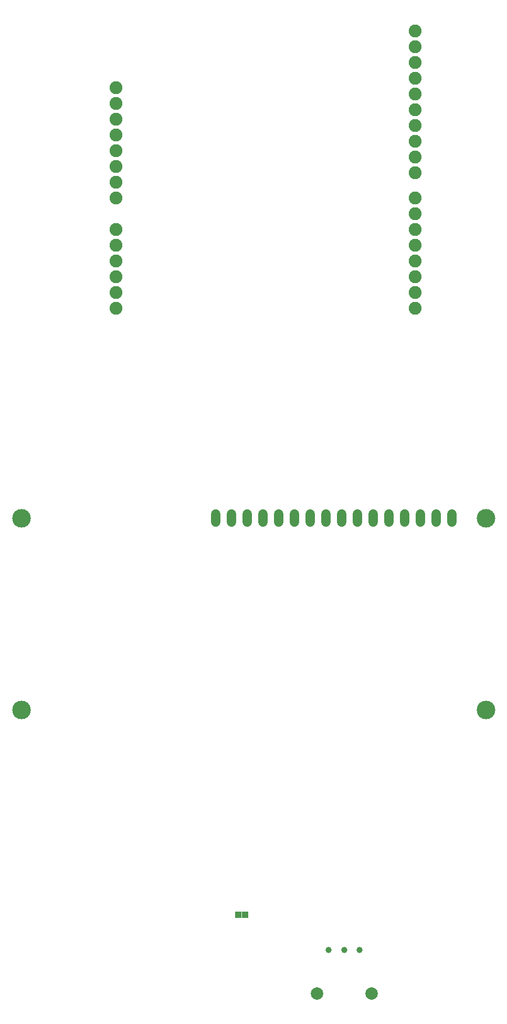
<source format=gbr>
G04 EAGLE Gerber RS-274X export*
G75*
%MOMM*%
%FSLAX34Y34*%
%LPD*%
%INSoldermask Top*%
%IPPOS*%
%AMOC8*
5,1,8,0,0,1.08239X$1,22.5*%
G01*
%ADD10C,2.082800*%
%ADD11C,1.511200*%
%ADD12C,3.003200*%
%ADD13R,1.053200X1.103200*%
%ADD14C,2.000000*%
%ADD15C,1.000000*%


D10*
X-215900Y482600D03*
X-215900Y457200D03*
X-215900Y431800D03*
X-215900Y406400D03*
X-215900Y381000D03*
X-215900Y355600D03*
X-215900Y304800D03*
X-215900Y279400D03*
X-215900Y254000D03*
X-215900Y228600D03*
X-215900Y203200D03*
X-215900Y177800D03*
X266700Y177800D03*
X266700Y203200D03*
X266700Y228600D03*
X266700Y254000D03*
X266700Y279400D03*
X266700Y304800D03*
X266700Y330200D03*
X266700Y355600D03*
X266700Y396240D03*
X266700Y421640D03*
X266700Y447040D03*
X266700Y472440D03*
X266700Y497840D03*
X266700Y523240D03*
X266700Y548640D03*
X266700Y574040D03*
X266700Y599440D03*
X266700Y624840D03*
X-215900Y508000D03*
X-215900Y533400D03*
D11*
X326400Y-154160D02*
X326400Y-167240D01*
X301000Y-167240D02*
X301000Y-154160D01*
X275600Y-154160D02*
X275600Y-167240D01*
X250200Y-167240D02*
X250200Y-154160D01*
X224800Y-154160D02*
X224800Y-167240D01*
X199400Y-167240D02*
X199400Y-154160D01*
X174000Y-154160D02*
X174000Y-167240D01*
X148600Y-167240D02*
X148600Y-154160D01*
X123200Y-154160D02*
X123200Y-167240D01*
X97800Y-167240D02*
X97800Y-154160D01*
X72400Y-154160D02*
X72400Y-167240D01*
X47000Y-167240D02*
X47000Y-154160D01*
X21600Y-154160D02*
X21600Y-167240D01*
X-3800Y-167240D02*
X-3800Y-154160D01*
X-29200Y-154160D02*
X-29200Y-167240D01*
X-54600Y-167240D02*
X-54600Y-154160D01*
D12*
X381000Y-469900D03*
X381000Y-160700D03*
X-368200Y-160700D03*
X-368200Y-469900D03*
D13*
X-18500Y-800100D03*
X-6900Y-800100D03*
D14*
X108400Y-927100D03*
X196400Y-927100D03*
D15*
X127400Y-857100D03*
X152400Y-857100D03*
X177400Y-857100D03*
M02*

</source>
